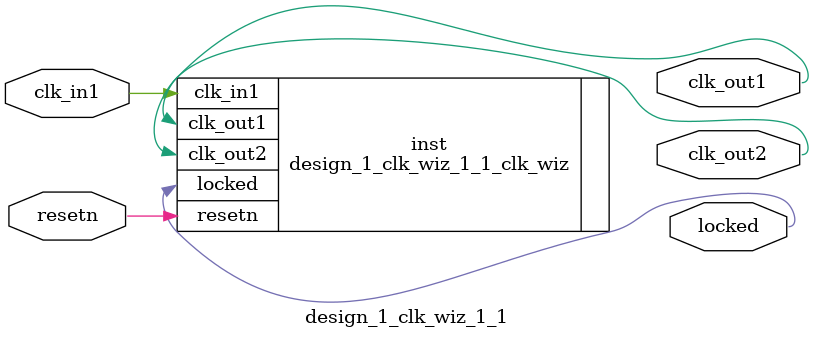
<source format=v>


`timescale 1ps/1ps

(* CORE_GENERATION_INFO = "design_1_clk_wiz_1_1,clk_wiz_v6_0_2_0_0,{component_name=design_1_clk_wiz_1_1,use_phase_alignment=true,use_min_o_jitter=false,use_max_i_jitter=false,use_dyn_phase_shift=false,use_inclk_switchover=false,use_dyn_reconfig=false,enable_axi=0,feedback_source=FDBK_AUTO,PRIMITIVE=MMCM,num_out_clk=2,clkin1_period=10.000,clkin2_period=10.000,use_power_down=false,use_reset=true,use_locked=true,use_inclk_stopped=false,feedback_type=SINGLE,CLOCK_MGR_TYPE=NA,manual_override=false}" *)

module design_1_clk_wiz_1_1 
 (
  // Clock out ports
  output        clk_out1,
  output        clk_out2,
  // Status and control signals
  input         resetn,
  output        locked,
 // Clock in ports
  input         clk_in1
 );

  design_1_clk_wiz_1_1_clk_wiz inst
  (
  // Clock out ports  
  .clk_out1(clk_out1),
  .clk_out2(clk_out2),
  // Status and control signals               
  .resetn(resetn), 
  .locked(locked),
 // Clock in ports
  .clk_in1(clk_in1)
  );

endmodule

</source>
